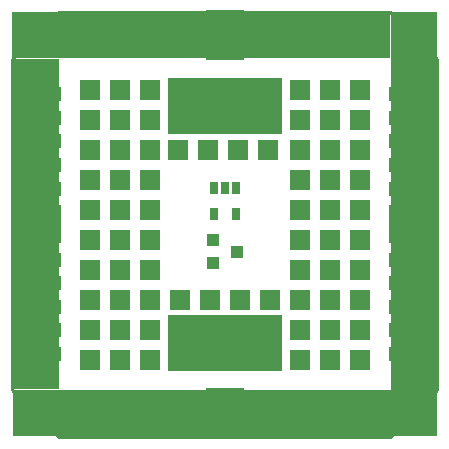
<source format=gbs>
%FSLAX24Y24*%
%MOIN*%
G70*
G01*
G75*
G04 Layer_Color=16711935*
G04:AMPARAMS|DCode=10|XSize=100mil|YSize=17mil|CornerRadius=0mil|HoleSize=0mil|Usage=FLASHONLY|Rotation=90.000|XOffset=0mil|YOffset=0mil|HoleType=Round|Shape=Octagon|*
%AMOCTAGOND10*
4,1,8,0.0043,0.0500,-0.0043,0.0500,-0.0085,0.0458,-0.0085,-0.0458,-0.0043,-0.0500,0.0043,-0.0500,0.0085,-0.0458,0.0085,0.0458,0.0043,0.0500,0.0*
%
%ADD10OCTAGOND10*%

%ADD11R,0.0170X0.1000*%
%ADD12C,0.0100*%
%ADD13C,0.0200*%
%ADD14R,0.0625X0.0625*%
%ADD15R,0.0625X0.0625*%
%ADD16R,0.1575X0.0394*%
%ADD17R,0.1181X0.0394*%
%ADD18R,0.1575X0.1181*%
%ADD19R,0.1181X0.1575*%
%ADD20R,0.0197X0.0315*%
%ADD21R,0.0350X0.0310*%
%ADD22R,0.3700X0.1900*%
%ADD23R,0.3800X0.1900*%
%ADD24R,0.1575X1.2598*%
%ADD25R,1.4173X0.1575*%
%ADD26R,0.1575X1.2598*%
%ADD27R,1.1024X0.1575*%
G04:AMPARAMS|DCode=28|XSize=108mil|YSize=25mil|CornerRadius=0mil|HoleSize=0mil|Usage=FLASHONLY|Rotation=90.000|XOffset=0mil|YOffset=0mil|HoleType=Round|Shape=Octagon|*
%AMOCTAGOND28*
4,1,8,0.0063,0.0540,-0.0063,0.0540,-0.0125,0.0478,-0.0125,-0.0478,-0.0063,-0.0540,0.0063,-0.0540,0.0125,-0.0478,0.0125,0.0478,0.0063,0.0540,0.0*
%
%ADD28OCTAGOND28*%

%ADD29R,0.0250X0.1080*%
%ADD30R,0.0705X0.0705*%
%ADD31R,0.0705X0.0705*%
%ADD32R,0.0080X0.0080*%
%ADD33R,0.1655X0.0474*%
%ADD34R,0.1261X0.0474*%
%ADD35R,0.1655X0.1261*%
%ADD36R,0.1261X0.1655*%
%ADD37R,1.2598X0.1575*%
%ADD38R,0.1575X1.1024*%
%ADD39R,0.0277X0.0395*%
%ADD40R,0.0430X0.0390*%
D12*
X32984Y37101D02*
X44008D01*
X45582Y35526D01*
Y24502D02*
Y35526D01*
X44008Y22927D02*
X45582Y24502D01*
X32984Y22927D02*
X44008D01*
X31409Y24502D02*
X32984Y22927D01*
X31409Y24502D02*
Y35526D01*
X32984Y37101D01*
D23*
X38500Y33950D02*
D03*
Y26050D02*
D03*
D25*
X38496Y23715D02*
D03*
D26*
X44795Y30801D02*
D03*
D30*
X34000Y33500D02*
D03*
Y32500D02*
D03*
Y31500D02*
D03*
Y30500D02*
D03*
Y29500D02*
D03*
Y28500D02*
D03*
Y27500D02*
D03*
Y26500D02*
D03*
X35000Y33500D02*
D03*
Y32500D02*
D03*
Y31500D02*
D03*
Y30500D02*
D03*
Y29500D02*
D03*
Y28500D02*
D03*
Y27500D02*
D03*
Y26500D02*
D03*
X36000Y33500D02*
D03*
Y32500D02*
D03*
Y31500D02*
D03*
Y30500D02*
D03*
Y29500D02*
D03*
Y28500D02*
D03*
Y27500D02*
D03*
Y26500D02*
D03*
X41000D02*
D03*
Y27500D02*
D03*
Y28500D02*
D03*
Y29500D02*
D03*
Y30500D02*
D03*
Y31500D02*
D03*
Y32500D02*
D03*
Y33500D02*
D03*
X42000Y26500D02*
D03*
Y27500D02*
D03*
Y28500D02*
D03*
Y29500D02*
D03*
Y30500D02*
D03*
Y31500D02*
D03*
Y32500D02*
D03*
Y33500D02*
D03*
X43000Y26500D02*
D03*
Y27500D02*
D03*
Y28500D02*
D03*
Y29500D02*
D03*
Y30500D02*
D03*
Y31500D02*
D03*
Y32500D02*
D03*
Y33500D02*
D03*
D31*
X37000Y25500D02*
D03*
X36000D02*
D03*
X35000D02*
D03*
X34000D02*
D03*
X37000Y34500D02*
D03*
X36000D02*
D03*
X35000D02*
D03*
X34000D02*
D03*
X43000Y25500D02*
D03*
X42000D02*
D03*
X41000D02*
D03*
X40000D02*
D03*
X43000Y34500D02*
D03*
X42000D02*
D03*
X41000D02*
D03*
X40000D02*
D03*
Y27500D02*
D03*
X39000D02*
D03*
X38000D02*
D03*
X37000D02*
D03*
X36925Y32486D02*
D03*
X37925D02*
D03*
X38925D02*
D03*
X39925D02*
D03*
D32*
X44982Y36313D02*
D03*
X44992Y23715D02*
D03*
X32394D02*
D03*
Y36313D02*
D03*
D33*
X32197Y34345D02*
D03*
Y25683D02*
D03*
X44795Y25683D02*
D03*
Y34345D02*
D03*
D34*
X32394Y33557D02*
D03*
Y32770D02*
D03*
Y31982D02*
D03*
Y31195D02*
D03*
Y28833D02*
D03*
Y28045D02*
D03*
Y27258D02*
D03*
Y26471D02*
D03*
X44598D02*
D03*
Y27258D02*
D03*
Y28045D02*
D03*
Y28833D02*
D03*
Y31195D02*
D03*
Y31982D02*
D03*
Y32770D02*
D03*
Y33557D02*
D03*
D35*
X32197Y30014D02*
D03*
X44795D02*
D03*
D36*
X38496Y23715D02*
D03*
Y36313D02*
D03*
D37*
X37708D02*
D03*
D38*
X32197Y30014D02*
D03*
D39*
X38874Y31233D02*
D03*
X38500D02*
D03*
X38126D02*
D03*
X38874Y30367D02*
D03*
X38126D02*
D03*
D40*
X38110Y28730D02*
D03*
Y29470D02*
D03*
X38900Y29100D02*
D03*
M02*

</source>
